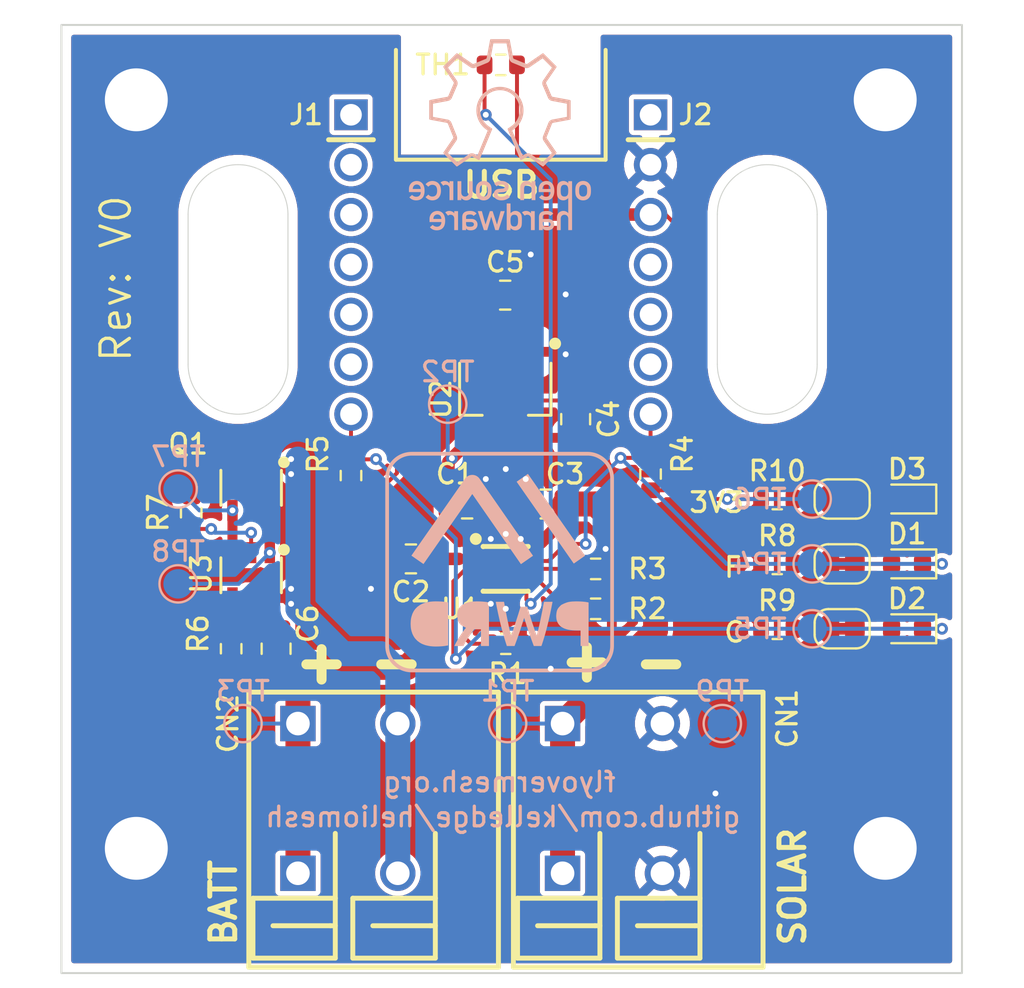
<source format=kicad_pcb>
(kicad_pcb (version 20241229) (generator "pcbnew") (generator_version "9.0")
  (title_block (title "XIAO nRF52840 Harbor Breeze 60 Lumen Solar Meshtastic") (date "2025-12-06") (rev "1"))
  (layers (0 "F.Cu" signal) (2 "B.Cu" signal) (13 "F.Paste" user) (15 "B.Paste" user) (5 "F.SilkS" user "F.Silkscreen") (7 "B.SilkS" user "B.Silkscreen") (1 "F.Mask" user) (3 "B.Mask" user) (25 "Edge.Cuts" user))
  (net 0 "")
  (net 1 "GND")
  (net 2 "VCC")
  (net 3 "+BATT")
  (net 4 "VBUS")
  (net 5 "/STAT1")
  (net 6 "/D0")
  (net 8 "/STAT2")
  (net 9 "+3V3")
  (net 10 "Net-(U1-~{CE})")
  (net 11 "/VSET")
  (net 12 "/ISET")
  (net 21 "/TS")
  (net 22 "-BATT")
  (net 23 "Net-(Q1-D1{slash}D2-Pad2)")
  (net 24 "/OD")
  (net 25 "/OC")
  (net 26 "Net-(U3-VCC)")
  (net 27 "/VM")
  (net 29 "Net-(D1-A)")
  (net 30 "Net-(D2-A)")
  (net 31 "Net-(D3-A)")
  (net 32 "Net-(JP1-B)")
  (net 33 "Net-(JP2-B)")
  (net 34 "Net-(JP3-B)")
  (footprint "Resistor_SMD_Vendor:R_0603_1608Metric" (layer "F.Cu") (at 162.306 97.282)
    (property "Reference" "R10" (at 0 -1.43 0) (layer "F.SilkS") (effects (font (thickness 0.1651) (bold yes))))
    (property "Value" "100")
    (pad "1" smd roundrect (at -0.825 0) (size 0.8 0.95) (layers "F.Cu" "F.Mask" "F.Paste") (net 9 "+3V3"))
    (pad "2" smd roundrect (at 0.825 0) (size 0.8 0.95) (layers "F.Cu" "F.Mask" "F.Paste") (net 34 "Net-(JP3-B)"))
  )
  (footprint "Resistor_SMD_Vendor:R_0603_1608Metric" (layer "F.Cu") (at 153.066862 100.838)
    (property "Reference" "R3" (at 2.635138 0 0) (layer "F.SilkS") (effects (font (thickness 0.1651) (bold yes))))
    (property "Value" "300")
    (pad "1" smd roundrect (at -0.825 0) (size 0.8 0.95) (layers "F.Cu" "F.Mask" "F.Paste") (net 12 "/ISET"))
    (pad "2" smd roundrect (at 0.825 0) (size 0.8 0.95) (layers "F.Cu" "F.Mask" "F.Paste") (net 1 "GND"))
  )
  (footprint "Resistor_SMD_Vendor:R_0603_1608Metric" (layer "F.Cu") (at 140.620862 96.0882 90)
    (property "Reference" "R5" (at 1.0922 -1.682862 90) (layer "F.SilkS") (effects (font (thickness 0.1651) (bold yes))))
    (property "Value" "10K")
    (pad "1" smd roundrect (at -0.825 0 90) (size 0.8 0.95) (layers "F.Cu" "F.Mask" "F.Paste") (net 9 "+3V3"))
    (pad "2" smd roundrect (at 0.825 0 90) (size 0.8 0.95) (layers "F.Cu" "F.Mask" "F.Paste") (net 8 "/STAT2"))
  )
  (footprint "Resistor_SMD_Vendor:R_0603_1608Metric" (layer "F.Cu") (at 162.306 100.584)
    (property "Reference" "R8" (at 0 -1.43 0) (layer "F.SilkS") (effects (font (thickness 0.1651) (bold yes))))
    (property "Value" "100")
    (pad "1" smd roundrect (at -0.825 0) (size 0.8 0.95) (layers "F.Cu" "F.Mask" "F.Paste") (net 9 "+3V3"))
    (pad "2" smd roundrect (at 0.825 0) (size 0.8 0.95) (layers "F.Cu" "F.Mask" "F.Paste") (net 32 "Net-(JP1-B)"))
  )
  (footprint "Jumper_Vendor:SolderJumper-2_P1.3mm_Bridged_RoundedPad1.0x1.5mm" (layer "F.Cu") (at 165.608 97.282 180)
    (property "Reference" "JP3" (hide yes))
    (property "Value" "SolderJumper_2_Bridged")
    (fp_poly (pts (xy 0.25 -0.3) (xy -0.25 -0.3) (xy -0.25 0.3) (xy 0.25 0.3)) (fill yes) (layer "F.Cu"))
    (pad "1" smd custom (at -0.65 0 180) (size 1 0.5) (layers "F.Cu" "F.Mask") (net 31 "Net-(D3-A)") (options (clearance outline) (anchor rect)) (primitives (gr_circle (center 0 0.25) (end 0.5 0.25) (width 0) (fill yes)) (gr_circle (center 0 -0.25) (end 0.5 -0.25) (width 0) (fill yes)) (gr_poly (pts (xy 0.5 0.75) (xy 0 0.75) (xy 0 -0.75) (xy 0.5 -0.75)) (width 0) (fill yes))))
    (pad "2" smd custom (at 0.65 0 180) (size 1 0.5) (layers "F.Cu" "F.Mask") (net 34 "Net-(JP3-B)") (options (clearance outline) (anchor rect)) (primitives (gr_circle (center 0 0.25) (end 0.5 0.25) (width 0) (fill yes)) (gr_circle (center 0 -0.25) (end 0.5 -0.25) (width 0) (fill yes)) (gr_poly (pts (xy 0 0.75) (xy -0.5 0.75) (xy -0.5 -0.75) (xy 0 -0.75)) (width 0) (fill yes))))
  )
  (footprint "MountingHole_Vendor:MountingHole_3.2mm_M3_ISO7380_Pad" (layer "F.Cu") (at 129.698862 76.962)
    (property "Reference" "H4" (hide yes))
    (property "Value" "MountingHole_Pad")
    (pad "1" thru_hole circle (at 0 0) (size 5.7 5.7) (drill 3.2) (layers "*.Cu" "*.Mask") (net 1 "GND"))
  )
  (footprint "Resistor_SMD_Vendor:R_0603_1608Metric" (layer "F.Cu") (at 134.524862 104.902 -90)
    (property "Reference" "R6" (at -0.762 1.682862 270) (layer "F.SilkS") (effects (font (thickness 0.1651) (bold yes))))
    (property "Value" "100")
    (pad "1" smd roundrect (at -0.825 0 270) (size 0.8 0.95) (layers "F.Cu" "F.Mask" "F.Paste") (net 26 "Net-(U3-VCC)"))
    (pad "2" smd roundrect (at 0.825 0 270) (size 0.8 0.95) (layers "F.Cu" "F.Mask" "F.Paste") (net 3 "+BATT"))
  )
  (footprint "easyeda2kicad:WSON-10_L2.2-W2.0-P0.40-BL-EP_TI_DLH0010A" (layer "F.Cu") (at 148.494862 100.838 -90)
    (property "Reference" "U1" (at 2.032 2.286 0) (layer "F.SilkS") (effects (font (thickness 0.1651) (bold yes))))
    (property "Value" "BQ25185DLHR")
    (pad "1" smd rect (at -0.8 1.05) (size 0.5 0.2) (layers "F.Cu" "F.Mask" "F.Paste") (net 2 "VCC"))
    (pad "2" smd rect (at -0.4 1.05) (size 0.5 0.2) (layers "F.Cu" "F.Mask" "F.Paste") (net 3 "+BATT"))
    (pad "3" smd rect (at 0 1.05) (size 0.5 0.2) (layers "F.Cu" "F.Mask" "F.Paste") (net 8 "/STAT2"))
    (pad "4" smd rect (at 0.4 1.05) (size 0.5 0.2) (layers "F.Cu" "F.Mask" "F.Paste") (net 10 "Net-(U1-~{CE})"))
    (pad "5" smd rect (at 0.8 1.05) (size 0.5 0.2) (layers "F.Cu" "F.Mask" "F.Paste") (net 1 "GND"))
    (pad "6" smd rect (at 0.8 -1.05) (size 0.5 0.2) (layers "F.Cu" "F.Mask" "F.Paste") (net 21 "/TS"))
    (pad "7" smd rect (at 0.4 -1.05) (size 0.5 0.2) (layers "F.Cu" "F.Mask" "F.Paste") (net 11 "/VSET"))
    (pad "8" smd rect (at 0 -1.05) (size 0.5 0.2) (layers "F.Cu" "F.Mask" "F.Paste") (net 12 "/ISET"))
    (pad "9" smd rect (at -0.4 -1.05) (size 0.5 0.2) (layers "F.Cu" "F.Mask" "F.Paste") (net 5 "/STAT1"))
    (pad "10" smd rect (at -0.8 -1.05) (size 0.5 0.2) (layers "F.Cu" "F.Mask" "F.Paste") (net 4 "VBUS"))
    (pad "11" smd rect (at 0 0) (size 0.9 1.5) (layers "F.Cu" "F.Mask" "F.Paste") (net 1 "GND"))
  )
  (footprint "easyeda2kicad:CONN-TH_XY122R-5.08-2P" (layer "F.Cu") (at 140.462 112.522)
    (property "Reference" "CN2" (at -6.096 -3.81 90) (layer "F.SilkS") (effects (font (thickness 0.1651) (bold yes))))
    (property "Value" "XY122R-5.08-2P")
    (pad "1" thru_hole rect (at -2.54 -3.81) (size 1.8 1.8) (drill 1.199998) (layers "*.Cu" "*.Mask") (net 3 "+BATT"))
    (pad "1" thru_hole rect (at -2.54 3.81) (size 1.8 1.8) (drill 1.199998) (layers "*.Cu" "*.Mask") (net 3 "+BATT"))
    (pad "2" thru_hole circle (at 2.54 -3.81) (size 1.8 1.8) (drill 1.199998) (layers "*.Cu" "*.Mask") (net 22 "-BATT"))
    (pad "2" thru_hole circle (at 2.54 3.81) (size 1.8 1.8) (drill 1.199998) (layers "*.Cu" "*.Mask") (net 22 "-BATT"))
  )
  (footprint "Resistor_SMD_Vendor:R_0603_1608Metric" (layer "F.Cu") (at 148.494862 104.648)
    (property "Reference" "R1" (at 0.095138 1.524 0) (layer "F.SilkS") (effects (font (thickness 0.1651) (bold yes))))
    (property "Value" "10K")
    (pad "1" smd roundrect (at -0.825 0) (size 0.8 0.95) (layers "F.Cu" "F.Mask" "F.Paste") (net 10 "Net-(U1-~{CE})"))
    (pad "2" smd roundrect (at 0.825 0) (size 0.8 0.95) (layers "F.Cu" "F.Mask" "F.Paste") (net 1 "GND"))
  )
  (footprint "easyeda2kicad:HDR-TH_7P-P2.54-V-F" (layer "F.Cu") (at 140.620862 85.344 -90)
    (property "Reference" "J1" (at -7.62 2.286 0) (layer "F.SilkS") (effects (font (thickness 0.1651) (bold yes))))
    (property "Value" "1165SDIG-07")
    (pad "1" thru_hole rect (at -7.62 0 270) (size 1.57 1.7) (drill 1.100023) (layers "*.Cu" "*.Mask") (net 6 "/D0"))
    (pad "2" thru_hole circle (at -5.08 0 270) (size 1.7 1.7) (drill 1.100023) (layers "*.Cu" "*.Mask"))
    (pad "3" thru_hole circle (at -2.54 0 270) (size 1.7 1.7) (drill 1.100023) (layers "*.Cu" "*.Mask"))
    (pad "4" thru_hole circle (at 0 0 270) (size 1.7 1.7) (drill 1.100023) (layers "*.Cu" "*.Mask"))
    (pad "5" thru_hole circle (at 2.54 0 270) (size 1.7 1.7) (drill 1.100023) (layers "*.Cu" "*.Mask"))
    (pad "6" thru_hole circle (at 5.08 0 270) (size 1.7 1.7) (drill 1.100023) (layers "*.Cu" "*.Mask"))
    (pad "7" thru_hole circle (at 7.62 0 270) (size 1.7 1.7) (drill 1.100023) (layers "*.Cu" "*.Mask") (net 8 "/STAT2"))
  )
  (footprint "Resistor_SMD_Vendor:R_0603_1608Metric" (layer "F.Cu") (at 155.860862 96.012 90)
    (property "Reference" "R4" (at 1.016 1.619138 90) (layer "F.SilkS") (effects (font (thickness 0.1651) (bold yes))))
    (property "Value" "10K")
    (pad "1" smd roundrect (at -0.825 0 90) (size 0.8 0.95) (layers "F.Cu" "F.Mask" "F.Paste") (net 9 "+3V3"))
    (pad "2" smd roundrect (at 0.825 0 90) (size 0.8 0.95) (layers "F.Cu" "F.Mask" "F.Paste") (net 5 "/STAT1"))
  )
  (footprint "LED_SMD_Vendor:LED_0603_1608Metric" (layer "F.Cu") (at 168.91 97.282 180)
    (property "Reference" "D3" (at 0 1.524 180) (layer "F.SilkS") (effects (font (thickness 0.1651) (bold yes))))
    (property "Value" "3V3")
    (pad "1" smd roundrect (at -0.7875 0 180) (size 0.875 0.95) (layers "F.Cu" "F.Mask" "F.Paste") (net 1 "GND"))
    (pad "2" smd roundrect (at 0.7875 0 180) (size 0.875 0.95) (layers "F.Cu" "F.Mask" "F.Paste") (net 31 "Net-(D3-A)"))
  )
  (footprint "Resistor_SMD_Vendor:R_0603_1608Metric" (layer "F.Cu") (at 132.492862 97.981 90)
    (property "Reference" "R7" (at 0 -1.682862 90) (layer "F.SilkS") (effects (font (thickness 0.1651) (bold yes))))
    (property "Value" "1K")
    (pad "1" smd roundrect (at -0.825 0 90) (size 0.8 0.95) (layers "F.Cu" "F.Mask" "F.Paste") (net 27 "/VM"))
    (pad "2" smd roundrect (at 0.825 0 90) (size 0.8 0.95) (layers "F.Cu" "F.Mask" "F.Paste") (net 1 "GND"))
  )
  (footprint "easyeda2kicad:HDR-TH_7P-P2.54-V-F" (layer "F.Cu") (at 155.860862 85.344 -90)
    (property "Reference" "J2" (at -7.62 -2.286 0) (layer "F.SilkS") (effects (font (thickness 0.1651) (bold yes))))
    (property "Value" "1165SDIG-07")
    (pad "1" thru_hole rect (at -7.62 0 270) (size 1.57 1.7) (drill 1.100023) (layers "*.Cu" "*.Mask"))
    (pad "2" thru_hole circle (at -5.08 0 270) (size 1.7 1.7) (drill 1.100023) (layers "*.Cu" "*.Mask") (net 1 "GND"))
    (pad "3" thru_hole circle (at -2.54 0 270) (size 1.7 1.7) (drill 1.100023) (layers "*.Cu" "*.Mask") (net 9 "+3V3"))
    (pad "4" thru_hole circle (at 0 0 270) (size 1.7 1.7) (drill 1.100023) (layers "*.Cu" "*.Mask"))
    (pad "5" thru_hole circle (at 2.54 0 270) (size 1.7 1.7) (drill 1.100023) (layers "*.Cu" "*.Mask"))
    (pad "6" thru_hole circle (at 5.08 0 270) (size 1.7 1.7) (drill 1.100023) (layers "*.Cu" "*.Mask"))
    (pad "7" thru_hole circle (at 7.62 0 270) (size 1.7 1.7) (drill 1.100023) (layers "*.Cu" "*.Mask") (net 5 "/STAT1"))
  )
  (footprint "easyeda2kicad:SOT-23-6_L2.9-W1.6-P0.95-LS2.8-BL" (layer "F.Cu") (at 135.540862 96.711 180)
    (property "Reference" "Q1" (at 3.206862 2.223 0) (layer "F.SilkS") (effects (font (thickness 0.1651) (bold yes))))
    (property "Value" "UMW8205A")
    (pad "1" smd rect (at -0.95 1.15 180) (size 0.53 1.07) (layers "F.Cu" "F.Mask" "F.Paste") (net 22 "-BATT"))
    (pad "2" smd rect (at 0 1.15 180) (size 0.53 1.07) (layers "F.Cu" "F.Mask" "F.Paste") (net 23 "Net-(Q1-D1{slash}D2-Pad2)"))
    (pad "3" smd rect (at 0.95 1.15 180) (size 0.53 1.07) (layers "F.Cu" "F.Mask" "F.Paste") (net 1 "GND"))
    (pad "4" smd rect (at 0.95 -1.15 180) (size 0.53 1.07) (layers "F.Cu" "F.Mask" "F.Paste") (net 25 "/OC"))
    (pad "5" smd rect (at 0 -1.15 180) (size 0.53 1.07) (layers "F.Cu" "F.Mask" "F.Paste") (net 23 "Net-(Q1-D1{slash}D2-Pad2)"))
    (pad "6" smd rect (at -0.95 -1.15 180) (size 0.53 1.07) (layers "F.Cu" "F.Mask" "F.Paste") (net 24 "/OD"))
  )
  (footprint "Jumper_Vendor:SolderJumper-2_P1.3mm_Bridged_RoundedPad1.0x1.5mm" (layer "F.Cu") (at 165.608 103.886 180)
    (property "Reference" "JP2" (hide yes))
    (property "Value" "SolderJumper_2_Bridged")
    (fp_poly (pts (xy 0.25 -0.3) (xy -0.25 -0.3) (xy -0.25 0.3) (xy 0.25 0.3)) (fill yes) (layer "F.Cu"))
    (pad "1" smd custom (at -0.65 0 180) (size 1 0.5) (layers "F.Cu" "F.Mask") (net 30 "Net-(D2-A)") (options (clearance outline) (anchor rect)) (primitives (gr_circle (center 0 0.25) (end 0.5 0.25) (width 0) (fill yes)) (gr_circle (center 0 -0.25) (end 0.5 -0.25) (width 0) (fill yes)) (gr_poly (pts (xy 0.5 0.75) (xy 0 0.75) (xy 0 -0.75) (xy 0.5 -0.75)) (width 0) (fill yes))))
    (pad "2" smd custom (at 0.65 0 180) (size 1 0.5) (layers "F.Cu" "F.Mask") (net 33 "Net-(JP2-B)") (options (clearance outline) (anchor rect)) (primitives (gr_circle (center 0 0.25) (end 0.5 0.25) (width 0) (fill yes)) (gr_circle (center 0 -0.25) (end 0.5 -0.25) (width 0) (fill yes)) (gr_poly (pts (xy 0 0.75) (xy -0.5 0.75) (xy -0.5 -0.75) (xy 0 -0.75)) (width 0) (fill yes))))
  )
  (footprint "MountingHole_Vendor:MountingHole_3.2mm_M3_ISO7380_Pad" (layer "F.Cu") (at 167.798862 76.962)
    (property "Reference" "H3" (hide yes))
    (property "Value" "MountingHole_Pad")
    (pad "1" thru_hole circle (at 0 0) (size 5.7 5.7) (drill 3.2) (layers "*.Cu" "*.Mask") (net 1 "GND"))
  )
  (footprint "Capacitor_SMD_Vendor:C_0805_2012Metric" (layer "F.Cu") (at 143.668862 100.33 180)
    (property "Reference" "C2" (at 0 -1.68 180) (layer "F.SilkS") (effects (font (thickness 0.1651) (bold yes))))
    (property "Value" "22uF")
    (pad "1" smd roundrect (at -0.95 0 180) (size 1 1.45) (layers "F.Cu" "F.Mask" "F.Paste") (net 3 "+BATT"))
    (pad "2" smd roundrect (at 0.95 0 180) (size 1 1.45) (layers "F.Cu" "F.Mask" "F.Paste") (net 1 "GND"))
  )
  (footprint "easyeda2kicad:CONN-TH_XY122R-5.08-2P" (layer "F.Cu") (at 153.924 112.522)
    (property "Reference" "CN1" (at 8.89 -4.064 90) (layer "F.SilkS") (effects (font (thickness 0.1651) (bold yes))))
    (property "Value" "XY122R-5.08-2P")
    (pad "1" thru_hole rect (at -2.54 -3.81) (size 1.8 1.8) (drill 1.199998) (layers "*.Cu" "*.Mask") (net 4 "VBUS"))
    (pad "1" thru_hole rect (at -2.54 3.81) (size 1.8 1.8) (drill 1.199998) (layers "*.Cu" "*.Mask") (net 4 "VBUS"))
    (pad "2" thru_hole circle (at 2.54 -3.81) (size 1.8 1.8) (drill 1.199998) (layers "*.Cu" "*.Mask") (net 1 "GND"))
    (pad "2" thru_hole circle (at 2.54 3.81) (size 1.8 1.8) (drill 1.199998) (layers "*.Cu" "*.Mask") (net 1 "GND"))
  )
  (footprint "Capacitor_SMD_Vendor:C_0805_2012Metric" (layer "F.Cu") (at 152.050862 93.218 -90)
    (property "Reference" "C4" (at 0 -1.68 270) (layer "F.SilkS") (effects (font (thickness 0.1651) (bold yes))))
    (property "Value" "22uF")
    (pad "1" smd roundrect (at -0.95 0 270) (size 1 1.45) (layers "F.Cu" "F.Mask" "F.Paste") (net 2 "VCC"))
    (pad "2" smd roundrect (at 0.95 0 270) (size 1 1.45) (layers "F.Cu" "F.Mask" "F.Paste") (net 1 "GND"))
  )
  (footprint "LED_SMD_Vendor:LED_0603_1608Metric" (layer "F.Cu") (at 168.91 100.584 180)
    (property "Reference" "D1" (at 0 1.524 180) (layer "F.SilkS") (effects (font (thickness 0.1651) (bold yes))))
    (property "Value" "FAULT")
    (pad "1" smd roundrect (at -0.7875 0 180) (size 0.875 0.95) (layers "F.Cu" "F.Mask" "F.Paste") (net 5 "/STAT1"))
    (pad "2" smd roundrect (at 0.7875 0 180) (size 0.875 0.95) (layers "F.Cu" "F.Mask" "F.Paste") (net 29 "Net-(D1-A)"))
  )
  (footprint "MountingHole_Vendor:MountingHole_3.2mm_M3_ISO7380_Pad" (layer "F.Cu") (at 167.798862 115.062)
    (property "Reference" "H1" (hide yes))
    (property "Value" "MountingHole_Pad")
    (pad "1" thru_hole circle (at 0 0) (size 5.7 5.7) (drill 3.2) (layers "*.Cu" "*.Mask") (net 1 "GND"))
  )
  (footprint "easyeda2kicad:SOT-89_L4.5-W2.5-P1.50-LS4.2-BR" (layer "F.Cu") (at 148.465362 91.149 90)
    (property "Reference" "U2" (at -1.053 -3.2725 90) (layer "F.SilkS") (effects (font (thickness 0.1651) (bold yes))))
    (property "Value" "ME6210A33PG")
    (pad "1" smd rect (at 1.36 1.5 90) (size 1.58 0.67) (layers "F.Cu" "F.Mask" "F.Paste") (net 1 "GND"))
    (pad "2" smd custom (at -1.36 -0.01 90) (size 0.01 0.01) (layers "F.Cu" "F.Mask" "F.Paste") (net 2 "VCC") (options (clearance outline) (anchor circle)) (primitives (gr_poly (pts (xy -0.92 -0.95) (xy 0.93 -0.95) (xy 0.98 -0.94) (xy 1.02 -0.94) (xy 1.06 -0.94) (xy 1.11 -0.93) (xy 1.15 -0.92) (xy 1.2 -0.91) (xy 1.24 -0.89) (xy 1.28 -0.88) (xy 1.32 -0.86) (xy 1.36 -0.84) (xy 1.4 -0.82) (xy 1.44 -0.8) (xy 1.48 -0.77) (xy 1.51 -0.75) (xy 1.55 -0.72) (xy 1.58 -0.69) (xy 1.61 -0.66) (xy 1.64 -0.63) (xy 1.67 -0.59) (xy 1.7 -0.56) (xy 1.72 -0.52) (xy 1.75 -0.48) (xy 1.77 -0.44) (xy 1.79 -0.4) (xy 1.81 -0.33) (xy 3.5 -0.33) (xy 3.5 0.33) (xy 1.81 0.33) (xy 1.79 0.41) (xy 1.77 0.45) (xy 1.75 0.49) (xy 1.72 0.53) (xy 1.7 0.57) (xy 1.67 0.6) (xy 1.64 0.64) (xy 1.61 0.67) (xy 1.58 0.7) (xy 1.55 0.73) (xy 1.51 0.76) (xy 1.48 0.78) (xy 1.44 0.81) (xy 1.4 0.83) (xy 1.36 0.85) (xy 1.32 0.87) (xy 1.28 0.89) (xy 1.24 0.9) (xy 1.2 0.92) (xy 1.15 0.93) (xy 1.11 0.94) (xy 1.06 0.95) (xy 1.02 0.95) (xy 0.98 0.95) (xy 0.93 0.95) (xy -0.92 0.95) (xy -0.97 0.95) (xy -1.01 0.95) (xy -1.06 0.95) (xy -1.1 0.94) (xy -1.14 0.93) (xy -1.19 0.92) (xy -1.23 0.9) (xy -1.27 0.89) (xy -1.31 0.87) (xy -1.35 0.85) (xy -1.39 0.83) (xy -1.43 0.81) (xy -1.47 0.78) (xy -1.5 0.76) (xy -1.54 0.73) (xy -1.57 0.7) (xy -1.6 0.67) (xy -1.63 0.64) (xy -1.66 0.6) (xy -1.69 0.57) (xy -1.71 0.53) (xy -1.74 0.49) (xy -1.76 0.45) (xy -1.78 0.41) (xy -1.8 0.37) (xy -1.81 0.33) (xy -1.83 0.29) (xy -1.84 0.25) (xy -1.85 0.2) (xy -1.86 0.16) (xy -1.87 0.12) (xy -1.87 0.07) (xy -1.87 0.03) (xy -1.87 -0.02) (xy -1.87 -0.06) (xy -1.87 -0.11) (xy -1.86 -0.15) (xy -1.85 -0.19) (xy -1.84 -0.24) (xy -1.83 -0.28) (xy -1.81 -0.32) (xy -1.8 -0.36) (xy -1.78 -0.4) (xy -1.76 -0.44) (xy -1.74 -0.48) (xy -1.71 -0.52) (xy -1.69 -0.56) (xy -1.66 -0.59) (xy -1.63 -0.63) (xy -1.6 -0.66) (xy -1.57 -0.69) (xy -1.54 -0.72) (xy -1.5 -0.75) (xy -1.47 -0.77) (xy -1.43 -0.8) (xy -1.39 -0.82) (xy -1.35 -0.84) (xy -1.31 -0.86) (xy -1.27 -0.88) (xy -1.23 -0.89) (xy -1.19 -0.91) (xy -1.14 -0.92) (xy -1.1 -0.93) (xy -1.06 -0.94) (xy -1.01 -0.94) (xy -0.97 -0.94) (xy -0.92 -0.95)) (width 0.1) (fill yes))))
    (pad "3" smd rect (at 1.36 -1.5 90) (size 1.58 0.67) (layers "F.Cu" "F.Mask" "F.Paste") (net 9 "+3V3"))
  )
  (footprint "Capacitor_SMD_Vendor:C_0805_2012Metric" (layer "F.Cu") (at 146.528862 97.536)
    (property "Reference" "C1" (at -0.605862 -1.524 0) (layer "F.SilkS") (effects (font (thickness 0.1651) (bold yes))))
    (property "Value" "22uF")
    (pad "1" smd roundrect (at -0.95 0) (size 1 1.45) (layers "F.Cu" "F.Mask" "F.Paste") (net 2 "VCC"))
    (pad "2" smd roundrect (at 0.95 0) (size 1 1.45) (layers "F.Cu" "F.Mask" "F.Paste") (net 1 "GND"))
  )
  (footprint "Capacitor_SMD_Vendor:C_0805_2012Metric" (layer "F.Cu") (at 136.810862 104.902 90)
    (property "Reference" "C6" (at 1.27 1.619138 90) (layer "F.SilkS") (effects (font (thickness 0.1651) (bold yes))))
    (property "Value" "22uF")
    (pad "1" smd roundrect (at -0.95 0 90) (size 1 1.45) (layers "F.Cu" "F.Mask" "F.Paste") (net 3 "+BATT"))
    (pad "2" smd roundrect (at 0.95 0 90) (size 1 1.45) (layers "F.Cu" "F.Mask" "F.Paste") (net 22 "-BATT"))
  )
  (footprint "Jumper_Vendor:SolderJumper-2_P1.3mm_Bridged_RoundedPad1.0x1.5mm" (layer "F.Cu") (at 165.608 100.584 180)
    (property "Reference" "JP1" (hide yes))
    (property "Value" "SolderJumper_2_Bridged")
    (fp_poly (pts (xy 0.25 -0.3) (xy -0.25 -0.3) (xy -0.25 0.3) (xy 0.25 0.3)) (fill yes) (layer "F.Cu"))
    (pad "1" smd custom (at -0.65 0 180) (size 1 0.5) (layers "F.Cu" "F.Mask") (net 29 "Net-(D1-A)") (options (clearance outline) (anchor rect)) (primitives (gr_circle (center 0 0.25) (end 0.5 0.25) (width 0) (fill yes)) (gr_circle (center 0 -0.25) (end 0.5 -0.25) (width 0) (fill yes)) (gr_poly (pts (xy 0.5 0.75) (xy 0 0.75) (xy 0 -0.75) (xy 0.5 -0.75)) (width 0) (fill yes))))
    (pad "2" smd custom (at 0.65 0 180) (size 1 0.5) (layers "F.Cu" "F.Mask") (net 32 "Net-(JP1-B)") (options (clearance outline) (anchor rect)) (primitives (gr_circle (center 0 0.25) (end 0.5 0.25) (width 0) (fill yes)) (gr_circle (center 0 -0.25) (end 0.5 -0.25) (width 0) (fill yes)) (gr_poly (pts (xy 0 0.75) (xy -0.5 0.75) (xy -0.5 -0.75) (xy 0 -0.75)) (width 0) (fill yes))))
  )
  (footprint "LED_SMD_Vendor:LED_0603_1608Metric" (layer "F.Cu") (at 168.91 103.886 180)
    (property "Reference" "D2" (at 0 1.524 180) (layer "F.SilkS") (effects (font (thickness 0.1651) (bold yes))))
    (property "Value" "CHARG")
    (pad "1" smd roundrect (at -0.7875 0 180) (size 0.875 0.95) (layers "F.Cu" "F.Mask" "F.Paste") (net 8 "/STAT2"))
    (pad "2" smd roundrect (at 0.7875 0 180) (size 0.875 0.95) (layers "F.Cu" "F.Mask" "F.Paste") (net 30 "Net-(D2-A)"))
  )
  (footprint "Capacitor_SMD_Vendor:C_0805_2012Metric" (layer "F.Cu") (at 150.526862 97.536 180)
    (property "Reference" "C3" (at -0.984138 1.524 180) (layer "F.SilkS") (effects (font (thickness 0.1651) (bold yes))))
    (property "Value" "22uF")
    (pad "1" smd roundrect (at -0.95 0 180) (size 1 1.45) (layers "F.Cu" "F.Mask" "F.Paste") (net 4 "VBUS"))
    (pad "2" smd roundrect (at 0.95 0 180) (size 1 1.45) (layers "F.Cu" "F.Mask" "F.Paste") (net 1 "GND"))
  )
  (footprint "Capacitor_SMD_Vendor:C_0805_2012Metric" (layer "F.Cu") (at 148.465362 86.905)
    (property "Reference" "C5" (at 0 -1.68 0) (layer "F.SilkS") (effects (font (thickness 0.1651) (bold yes))))
    (property "Value" "22uF")
    (pad "1" smd roundrect (at -0.95 0) (size 1 1.45) (layers "F.Cu" "F.Mask" "F.Paste") (net 9 "+3V3"))
    (pad "2" smd roundrect (at 0.95 0) (size 1 1.45) (layers "F.Cu" "F.Mask" "F.Paste") (net 1 "GND"))
  )
  (footprint "Resistor_SMD_Vendor:R_0603_1608Metric" (layer "F.Cu") (at 162.306 103.886)
    (property "Reference" "R9" (at 0 -1.43 0) (layer "F.SilkS") (effects (font (thickness 0.1651) (bold yes))))
    (property "Value" "100")
    (pad "1" smd roundrect (at -0.825 0) (size 0.8 0.95) (layers "F.Cu" "F.Mask" "F.Paste") (net 9 "+3V3"))
    (pad "2" smd roundrect (at 0.825 0) (size 0.8 0.95) (layers "F.Cu" "F.Mask" "F.Paste") (net 33 "Net-(JP2-B)"))
  )
  (footprint "Resistor_SMD_Vendor:R_0603_1608Metric" (layer "F.Cu") (at 148.240862 75.184)
    (property "Reference" "TH1" (at -2.952862 0 0) (layer "F.SilkS") (effects (font (thickness 0.1651) (bold yes))))
    (property "Value" "10K B3435")
    (pad "1" smd roundrect (at -0.825 0) (size 0.8 0.95) (layers "F.Cu" "F.Mask" "F.Paste") (net 21 "/TS"))
    (pad "2" smd roundrect (at 0.825 0) (size 0.8 0.95) (layers "F.Cu" "F.Mask" "F.Paste") (net 1 "GND"))
  )
  (footprint "Resistor_SMD_Vendor:R_0603_1608Metric" (layer "F.Cu") (at 153.066862 102.87)
    (property "Reference" "R2" (at 2.635138 0 0) (layer "F.SilkS") (effects (font (thickness 0.1651) (bold yes))))
    (property "Value" "13K")
    (pad "1" smd roundrect (at -0.825 0) (size 0.8 0.95) (layers "F.Cu" "F.Mask" "F.Paste") (net 11 "/VSET"))
    (pad "2" smd roundrect (at 0.825 0) (size 0.8 0.95) (layers "F.Cu" "F.Mask" "F.Paste") (net 1 "GND"))
  )
  (footprint "MountingHole_Vendor:MountingHole_3.2mm_M3_ISO7380_Pad" (layer "F.Cu") (at 129.698862 115.062)
    (property "Reference" "H2" (hide yes))
    (property "Value" "MountingHole_Pad")
    (pad "1" thru_hole circle (at 0 0) (size 5.7 5.7) (drill 3.2) (layers "*.Cu" "*.Mask") (net 1 "GND"))
  )
  (footprint "easyeda2kicad:SOT-23-6_L2.9-W1.6-P0.95-LS2.8-BL" (layer "F.Cu") (at 135.540862 101.163 180)
    (property "Reference" "U3" (at 2.54 0.071 90) (layer "F.SilkS") (effects (font (thickness 0.1651) (bold yes))))
    (property "Value" "DW01A_C351410")
    (pad "1" smd rect (at -0.95 1.15 180) (size 0.53 1.07) (layers "F.Cu" "F.Mask" "F.Paste") (net 24 "/OD"))
    (pad "2" smd rect (at 0 1.15 180) (size 0.53 1.07) (layers "F.Cu" "F.Mask" "F.Paste") (net 27 "/VM"))
    (pad "3" smd rect (at 0.95 1.15 180) (size 0.53 1.07) (layers "F.Cu" "F.Mask" "F.Paste") (net 25 "/OC"))
    (pad "4" smd rect (at 0.95 -1.15 180) (size 0.53 1.07) (layers "F.Cu" "F.Mask" "F.Paste"))
    (pad "5" smd rect (at 0 -1.15 180) (size 0.53 1.07) (layers "F.Cu" "F.Mask" "F.Paste") (net 26 "Net-(U3-VCC)"))
    (pad "6" smd rect (at -0.95 -1.15 180) (size 0.53 1.07) (layers "F.Cu" "F.Mask" "F.Paste") (net 22 "-BATT"))
  )
  (footprint "TestPoint_Vendor:TestPoint_Pad_D1.5mm" (layer "B.Cu") (at 159.512 108.712 180)
    (property "Reference" "TP9" (at 0 1.648 0) (layer "B.SilkS") (effects (font (thickness 0.1651) (bold yes)) (justify mirror)))
    (property "Value" "TestPoint")
    (pad "1" smd circle (at 0 0 180) (size 1.5 1.5) (layers "B.Cu" "B.Mask") (net 1 "GND"))
  )
  (footprint "TestPoint_Vendor:TestPoint_Pad_D1.5mm" (layer "B.Cu") (at 164.084 100.584 180)
    (property "Reference" "TP4" (at 2.667 0 0) (layer "B.SilkS") (effects (font (thickness 0.1651) (bold yes)) (justify mirror)))
    (property "Value" "TestPoint")
    (pad "1" smd circle (at 0 0 180) (size 1.5 1.5) (layers "B.Cu" "B.Mask") (net 5 "/STAT1"))
  )
  (footprint "TestPoint_Vendor:TestPoint_Pad_D1.5mm" (layer "B.Cu") (at 131.826 96.774 180)
    (property "Reference" "TP7" (at 0 1.648 0) (layer "B.SilkS") (effects (font (thickness 0.1651) (bold yes)) (justify mirror)))
    (property "Value" "TestPoint")
    (pad "1" smd circle (at 0 0 180) (size 1.5 1.5) (layers "B.Cu" "B.Mask") (net 25 "/OC"))
  )
  (footprint "TestPoint_Vendor:TestPoint_Pad_D1.5mm" (layer "B.Cu") (at 164.084 97.282 180)
    (property "Reference" "TP6" (at 2.667 0 0) (layer "B.SilkS") (effects (font (thickness 0.1651) (bold yes)) (justify mirror)))
    (property "Value" "TestPoint")
    (pad "1" smd circle (at 0 0 180) (size 1.5 1.5) (layers "B.Cu" "B.Mask") (net 9 "+3V3"))
  )
  (footprint "TestPoint_Vendor:TestPoint_Pad_D1.5mm" (layer "B.Cu") (at 145.542 92.456 180)
    (property "Reference" "TP2" (at 0 1.648 0) (layer "B.SilkS") (effects (font (thickness 0.1651) (bold yes)) (justify mirror)))
    (property "Value" "TestPoint")
    (pad "1" smd circle (at 0 0 180) (size 1.5 1.5) (layers "B.Cu" "B.Mask") (net 2 "VCC"))
  )
  (footprint "heliomesh:oshw_very_small" (layer "B.Cu") (at 152.853506 82.936648 180)
    (property "Reference" "G2" (hide yes))
    (property "Value" "~" (hide yes))
  )
  (footprint "TestPoint_Vendor:TestPoint_Pad_D1.5mm" (layer "B.Cu") (at 131.826 101.6 180)
    (property "Reference" "TP8" (at 0 1.648 0) (layer "B.SilkS") (effects (font (thickness 0.1651) (bold yes)) (justify mirror)))
    (property "Value" "TestPoint")
    (pad "1" smd circle (at 0 0 180) (size 1.5 1.5) (layers "B.Cu" "B.Mask") (net 24 "/OD"))
  )
  (footprint "TestPoint_Vendor:TestPoint_Pad_D1.5mm" (layer "B.Cu") (at 164.084 103.886 180)
    (property "Reference" "TP5" (at 2.667 0 0) (layer "B.SilkS") (effects (font (thickness 0.1651) (bold yes)) (justify mirror)))
    (property "Value" "TestPoint")
    (pad "1" smd circle (at 0 0 180) (size 1.5 1.5) (layers "B.Cu" "B.Mask") (net 8 "/STAT2"))
  )
  (footprint "TestPoint_Vendor:TestPoint_Pad_D1.5mm" (layer "B.Cu") (at 148.59 108.712 180)
    (property "Reference" "TP1" (at 0 1.648 0) (layer "B.SilkS") (effects (font (thickness 0.1651) (bold yes)) (justify mirror)))
    (property "Value" "TestPoint")
    (pad "1" smd circle (at 0 0 180) (size 1.5 1.5) (layers "B.Cu" "B.Mask") (net 4 "VBUS"))
  )
  (footprint "heliomesh:mesh_pwrd_very_small" (layer "B.Cu") (at 154.375027 106.543253 180)
    (property "Reference" "G1" (hide yes))
    (property "Value" "~" (hide yes))
  )
  (footprint "TestPoint_Vendor:TestPoint_Pad_D1.5mm" (layer "B.Cu") (at 135.128 108.712 180)
    (property "Reference" "TP3" (at 0 1.648 0) (layer "B.SilkS") (effects (font (thickness 0.1651) (bold yes)) (justify mirror)))
    (property "Value" "TestPoint")
    (pad "1" smd circle (at 0 0 180) (size 1.5 1.5) (layers "B.Cu" "B.Mask") (net 3 "+BATT"))
  )
  (gr_line (start 142.906862 80.01) (end 153.574862 80.01) (stroke (width 0.2032)) (layer "F.SilkS"))
  (gr_line (start 153.574862 80.01) (end 153.574862 74.422) (stroke (width 0.2032)) (layer "F.SilkS"))
  (gr_line (start 142.906862 74.422) (end 142.906862 80.01) (stroke (width 0.2032)) (layer "F.SilkS"))
  (gr_line (start 132.334 82.804) (end 132.334 90.424) (stroke (width 0.05)) (layer "Edge.Cuts"))
  (gr_line (start 164.338 82.804) (end 164.338 90.424) (stroke (width 0.05)) (layer "Edge.Cuts"))
  (gr_arc (start 132.334 82.804) (mid 134.874 80.264) (end 137.414 82.804) (stroke (width 0.05)) (layer "Edge.Cuts"))
  (gr_rect (start 125.888862 73.152) (end 171.704 121.412) (stroke (width 0.1)) (fill no) (layer "Edge.Cuts"))
  (gr_arc (start 159.258 82.804) (mid 161.798 80.264) (end 164.338 82.804) (stroke (width 0.05)) (layer "Edge.Cuts"))
  (gr_line (start 137.414 82.804) (end 137.414 90.424) (stroke (width 0.05)) (layer "Edge.Cuts"))
  (gr_line (start 159.258 82.804) (end 159.258 90.424) (stroke (width 0.05)) (layer "Edge.Cuts"))
  (gr_arc (start 137.414 90.424) (mid 134.874 92.964) (end 132.334 90.424) (stroke (width 0.05)) (layer "Edge.Cuts"))
  (gr_arc (start 164.338 90.424) (mid 161.798 92.964) (end 159.258 90.424) (stroke (width 0.05)) (layer "Edge.Cuts"))
  (gr_text "3V3" (at 157.734 98.044 0) (layer "F.SilkS") (effects (font (size 1 1) (thickness 0.1651) (bold yes)) (justify left bottom)))
  (gr_text "BATT" (at 134.874 120.142 90) (layer "F.SilkS") (effects (font (size 1.27 1.27) (thickness 0.254) (bold yes)) (justify left bottom)))
  (gr_text "-" (at 157.988 104.648 180) (layer "F.SilkS") (effects (font (size 2.032 2.032) (thickness 0.508) (bold yes)) (justify left bottom)))
  (gr_text "+" (at 153.67 107.188 90) (layer "F.SilkS") (effects (font (size 2.032 2.032) (thickness 0.508) (bold yes)) (justify left bottom)))
  (gr_text "F" (at 159.512 101.346 0) (layer "F.SilkS") (effects (font (size 1 1) (thickness 0.1651) (bold yes)) (justify left bottom)))
  (gr_text "USB" (at 146.208862 82.042 0) (layer "F.SilkS") (effects (font (size 1.27 1.27) (thickness 0.254) (bold yes)) (justify left bottom)))
  (gr_text "C" (at 159.512 104.648 0) (layer "F.SilkS") (effects (font (size 1 1) (thickness 0.1651) (bold yes)) (justify left bottom)))
  (gr_text "Rev: V0" (at 129.54 90.424 90) (layer "F.SilkS") (effects (font (size 1.5 1.5) (thickness 0.1651)) (justify left bottom)))
  (gr_text "-" (at 144.526 104.648 180) (layer "F.SilkS") (effects (font (size 2.032 2.032) (thickness 0.508) (bold yes)) (justify left bottom)))
  (gr_text "+" (at 140.716 104.648 180) (layer "F.SilkS") (effects (font (size 2.032 2.032) (thickness 0.508) (bold yes)) (justify left bottom)))
  (gr_text "SOLAR" (at 163.83 120.142 90) (layer "F.SilkS") (effects (font (size 1.27 1.27) (thickness 0.254) (bold yes)) (justify left bottom)))
  (gr_text "flyovermesh.org" (at 154.178 112.268 0) (layer "B.SilkS") (effects (font (size 1 1) (thickness 0.1651) (bold yes)) (justify left bottom mirror)))
  (gr_text "github.com/kelledge/heliomesh" (at 160.528 114.046 0) (layer "B.SilkS") (effects (font (size 1 1) (thickness 0.1651) (bold yes)) (justify left bottom mirror)))
  (segment (start 149.065862 75.184) (end 149.065862 79.819) (width 0.2) (layer "F.Cu") (net 1))
  (segment (start 149.065862 79.819) (end 149.256862 80.01) (width 0.2) (layer "F.Cu") (net 1))
  (segment (start 147.444862 101.638) (end 147.444862 102.5738) (width 0.2) (layer "F.Cu") (net 1))
  (via (at 150.780862 105.918) (size 0.6) (drill 0.3) (layers "F.Cu" "B.Cu") (net 1))
  (via (at 159.162862 112.268) (size 0.6) (drill 0.3) (layers "F.Cu" "B.Cu") (net 1))
  (via (at 148.494862 95.758) (size 0.6) (drill 0.3) (layers "F.Cu" "B.Cu") (net 1))
  (via (at 148.494862 102.87) (size 0.6) (drill 0.3) (layers "F.Cu" "B.Cu") (net 1))
  (via (at 153.574862 99.822) (size 0.6) (drill 0.3) (layers "F.Cu" "B.Cu") (net 1))
  (via (at 149.510862 96.266) (size 0.6) (drill 0.3) (layers "F.Cu" "B.Cu") (net 1))
  (via (at 147.732862 99.314) (size 0.6) (drill 0.3) (layers "F.Cu" "B.Cu") (net 1))
  (via (at 149.764862 84.836) (size 0.6) (drill 0.3) (layers "F.Cu" "B.Cu") (net 1))
  (via (at 148.494862 99.06) (size 0.6) (drill 0.3) (layers "F.Cu" "B.Cu") (net 1))
  (via (at 151.542862 89.916) (size 0.6) (drill 0.3) (layers "F.Cu" "B.Cu") (net 1))
  (via (at 147.732862 102.616) (size 0.6) (drill 0.3) (layers "F.Cu" "B.Cu") (net 1))
  (via (at 151.542862 86.868) (size 0.6) (drill 0.3) (layers "F.Cu" "B.Cu") (net 1))
  (via (at 147.478862 96.266) (size 0.6) (drill 0.3) (layers "F.Cu" "B.Cu") (net 1))
  (via (at 141.636862 101.854) (size 0.6) (drill 0.3) (layers "F.Cu" "B.Cu") (net 1))
  (via (at 149.256862 99.314) (size 0.6) (drill 0.3) (layers "F.Cu" "B.Cu") (net 1))
  (segment (start 148.455362 92.509) (end 145.755181 95.209181) (width 0.635) (layer "F.Cu") (net 2))
  (segment (start 146.755062 100.038) (end 147.444862 100.038) (width 0.2) (layer "F.Cu") (net 2))
  (segment (start 145.578862 95.3855) (end 145.578862 97.536) (width 0.635) (layer "F.Cu") (net 2))
  (segment (start 145.755181 95.209181) (end 145.578862 95.3855) (width 0.635) (layer "F.Cu") (net 2))
  (segment (start 145.578862 98.8618) (end 146.132662 99.4156) (width 0.635) (layer "F.Cu") (net 2))
  (segment (start 146.755062 100.038) (end 146.132662 99.4156) (width 0.2) (layer "F.Cu") (net 2))
  (segment (start 145.578862 97.536) (end 145.578862 98.8618) (width 0.635) (layer "F.Cu") (net 2))
  (segment (start 152.050862 92.268) (end 148.696362 92.268) (width 0.2) (layer "F.Cu") (net 2))
  (segment (start 148.696362 92.268) (end 148.455362 92.509) (width 0.2) (layer "F.Cu") (net 2))
  (segment (start 147.444862 100.038) (end 147.339262 100.038) (width 0.2) (layer "F.Cu") (net 2))
  (via (at 145.755181 95.209181) (size 0.6) (drill 0.3) (layers "F.Cu" "B.Cu") (net 2))
  (segment (start 145.542 92.456) (end 145.542 94.996) (width 0.2) (layer "B.Cu") (net 2))
  (segment (start 145.542 94.996) (end 145.755181 95.209181) (width 0.2) (layer "B.Cu") (net 2))
  (segment (start 146.215262 100.438) (end 146.107262 100.33) (width 0.2) (layer "F.Cu") (net 3))
  (segment (start 137.922 106.013138) (end 137.760862 105.852) (width 0.2) (layer "F.Cu") (net 3))
  (segment (start 136.810862 105.852) (end 137.760862 105.852) (width 0.508) (layer "F.Cu") (net 3))
  (segment (start 147.444862 100.438) (end 146.215262 100.438) (width 0.2) (layer "F.Cu") (net 3))
  (segment (start 134.524862 105.727) (end 136.685862 105.727) (width 0.508) (layer "F.Cu") (net 3))
  (segment (start 144.618862 104.714) (end 143.480862 105.852) (width 1.27) (layer "F.Cu") (net 3))
  (segment (start 137.922 108.712) (end 137.922 106.013138) (width 1.27) (layer "F.Cu") (net 3))
  (segment (start 143.480862 105.852) (end 136.810862 105.852) (width 1.27) (layer "F.Cu") (net 3))
  (segment (start 146.107262 100.33) (end 144.618862 100.33) (width 0.635) (layer "F.Cu") (net 3))
  (segment (start 136.685862 105.727) (end 136.810862 105.852) (width 0.2) (layer "F.Cu") (net 3))
  (segment (start 137.922 116.332) (end 137.922 108.712) (width 1.27) (layer "F.Cu") (net 3))
  (segment (start 144.618862 104.714) (end 144.618862 100.33) (width 1.27) (layer "F.Cu") (net 3))
  (segment (start 135.128 108.712) (end 137.922 108.712) (width 0.2) (layer "B.Cu") (net 3))
  (segment (start 151.384 108.712) (end 156.114862 103.981138) (width 1.27) (layer "F.Cu") (net 4))
  (segment (start 151.384 108.712) (end 151.384 116.332) (width 1.27) (layer "F.Cu") (net 4))
  (segment (start 151.476862 97.536) (end 151.476862 98.310296) (width 0.635) (layer "F.Cu") (net 4))
  (segment (start 151.476862 98.310296) (end 150.285158 99.502) (width 0.635) (layer "F.Cu") (net 4))
  (segment (start 153.066862 97.536) (end 156.114862 100.584) (width 1.27) (layer "F.Cu") (net 4))
  (segment (start 149.544862 100.038) (end 149.777462 100.038) (width 0.2) (layer "F.Cu") (net 4))
  (segment (start 151.476862 97.536) (end 153.066862 97.536) (width 1.27) (layer "F.Cu") (net 4))
  (segment (start 156.114862 103.981138) (end 156.114862 100.584) (width 1.27) (layer "F.Cu") (net 4))
  (segment (start 149.777462 100.038) (end 150.095062 99.7204) (width 0.2) (layer "F.Cu") (net 4))
  (segment (start 148.59 108.712) (end 151.384 108.712) (width 0.2) (layer "B.Cu") (net 4))
  (segment (start 155.860862 92.964) (end 155.860862 95.187) (width 0.2) (layer "F.Cu") (net 5))
  (segment (start 170.688 100.584) (end 169.6975 100.584) (width 0.2) (layer "F.Cu") (net 5))
  (segment (start 150.672862 100.438) (end 149.544862 100.438) (width 0.2) (layer "F.Cu") (net 5))
  (segment (start 155.860862 95.187) (end 154.336862 95.187) (width 0.2) (layer "F.Cu") (net 5))
  (segment (start 151.542862 99.568) (end 152.558862 99.568) (width 0.2) (layer "F.Cu") (net 5))
  (segment (start 150.672862 100.438) (end 151.542862 99.568) (width 0.2) (layer "F.Cu") (net 5))
  (via (at 152.558862 99.568) (size 0.6) (drill 0.3) (layers "F.Cu" "B.Cu") (net 5))
  (via (at 154.336862 95.187) (size 0.6) (drill 0.3) (layers "F.Cu" "B.Cu") (net 5))
  (via (at 170.688 100.584) (size 0.6) (drill 0.3) (layers "F.Cu" "B.Cu") (net 5))
  (segment (start 159.733862 100.584) (end 154.336862 95.187) (width 0.2) (layer "B.Cu") (net 5))
  (segment (start 152.558862 96.965) (end 154.336862 95.187) (width 0.2) (layer "B.Cu") (net 5))
  (segment (start 162.56 100.584) (end 164.084 100.584) (width 0.2) (layer "B.Cu") (net 5))
  (segment (start 152.558862 99.568) (end 152.558862 96.965) (width 0.2) (layer "B.Cu") (net 5))
  (segment (start 162.56 100.584) (end 159.733862 100.584) (width 0.2) (layer "B.Cu") (net 5))
  (segment (start 164.084 100.584) (end 170.688 100.584) (width 0.2) (layer "B.Cu") (net 5))
  (segment (start 170.688 103.886) (end 169.6975 103.886) (width 0.2) (layer "F.Cu") (net 8))
  (segment (start 140.620862 95.2632) (end 141.877662 95.2632) (width 0.2) (layer "F.Cu") (net 8))
  (segment (start 141.877662 95.2632) (end 141.890862 95.25) (width 0.2) (layer "F.Cu") (net 8))
  (segment (start 145.827862 105.283) (end 145.954862 105.41) (width 0.2) (layer "F.Cu") (net 8))
  (segment (start 145.827862 101.473) (end 145.827862 105.283) (width 0.2) (layer "F.Cu") (net 8))
  (segment (start 147.444862 100.838) (end 146.462862 100.838) (width 0.2) (layer "F.Cu") (net 8))
  (segment (start 146.462862 100.838) (end 145.827862 101.473) (width 0.2) (layer "F.Cu") (net 8))
  (segment (start 140.620862 95.2632) (end 140.620862 92.964) (width 0.2) (layer "F.Cu") (net 8))
  (via (at 170.688 103.886) (size 0.6) (drill 0.3) (layers "F.Cu" "B.Cu") (net 8))
  (via (at 145.954862 105.41) (size 0.6) (drill 0.3) (layers "F.Cu" "B.Cu") (net 8))
  (via (at 141.890862 95.25) (size 0.6) (drill 0.3) (layers "F.Cu" "B.Cu") (net 8))
  (segment (start 145.954862 105.41) (end 145.954862 99.314) (width 0.2) (layer "B.Cu") (net 8))
  (segment (start 164.084 103.886) (end 170.688 103.886) (width 0.2) (layer "B.Cu") (net 8))
  (segment (start 162.56 103.886) (end 164.084 103.886) (width 0.2) (layer "B.Cu") (net 8))
  (segment (start 145.954862 99.314) (end 141.890862 95.25) (width 0.2) (layer "B.Cu") (net 8))
  (segment (start 147.478862 103.886) (end 145.954862 105.41) (width 0.2) (layer "B.Cu") (net 8))
  (segment (start 162.56 103.886) (end 147.478862 103.886) (width 0.2) (layer "B.Cu") (net 8))
  (segment (start 159.766 97.282) (end 157.512862 97.282) (width 0.2) (layer "F.Cu") (net 9))
  (segment (start 140.620862 96.9132) (end 142.005662 96.9132) (width 0.2) (layer "F.Cu") (net 9))
  (segment (start 161.481 97.282) (end 160.973 97.79) (width 0.2) (layer "F.Cu") (net 9))
  (segment (start 160.973 103.378) (end 161.481 103.886) (width 0.2) (layer "F.Cu") (net 9))
  (segment (start 146.965362 89.789) (end 144.938862 89.789) (width 0.2) (layer "F.Cu") (net 9))
  (segment (start 161.481 97.282) (end 159.766 97.282) (width 0.2) (layer "F.Cu") (net 9))
  (segment (start 156.622862 82.804) (end 158.146862 84.328) (width 0.2) (layer "F.Cu") (net 9))
  (segment (start 149.510862 82.804) (end 155.860862 82.804) (width 0.635) (layer "F.Cu") (net 9))
  (segment (start 160.973 101.092) (end 160.973 103.378) (width 0.2) (layer "F.Cu") (net 9))
  (segment (start 160.973 97.79) (end 160.973 100.076) (width 0.2) (layer "F.Cu") (net 9))
  (segment (start 146.965362 89.789) (end 146.965362 87.455) (width 0.635) (layer "F.Cu") (net 9))
  (segment (start 142.957662 95.9612) (end 142.005662 96.9132) (width 0.2) (layer "F.Cu") (net 9))
  (segment (start 161.481 100.584) (end 160.973 101.092) (width 0.2) (layer "F.Cu") (net 9))
  (segment (start 147.515362 86.905) (end 147.515362 84.7995) (width 0.635) (layer "F.Cu") (net 9))
  (segment (start 160.973 100.076) (end 161.481 100.584) (width 0.2) (layer "F.Cu") (net 9))
  (segment (start 144.938862 89.789) (end 142.957662 91.7702) (width 0.2) (layer "F.Cu") (net 9))
  (segment (start 147.515362 84.7995) (end 149.510862 82.804) (width 0.635) (layer "F.Cu") (net 9))
  (segment (start 158.146862 84.328) (end 158.146862 95.758) (width 0.2) (layer "F.Cu") (net 9))
  (segment (start 157.067862 96.837) (end 155.860862 96.837) (width 0.2) (layer "F.Cu") (net 9))
  (segment (start 155.860862 82.804) (end 156.622862 82.804) (width 0.2) (layer "F.Cu") (net 9))
  (segment (start 158.146862 95.758) (end 157.067862 96.837) (width 0.2) (layer "F.Cu") (net 9))
  (segment (start 142.957662 91.7702) (end 142.957662 95.9612) (width 0.2) (layer "F.Cu") (net 9))
  (segment (start 157.512862 97.282) (end 157.067862 96.837) (width 0.2) (layer "F.Cu") (net 9))
  (segment (start 146.965362 87.455) (end 147.515362 86.905) (width 0.635) (layer "F.Cu") (net 9))
  (via (at 159.766 97.282) (size 0.6) (drill 0.3) (layers "F.Cu" "B.Cu") (net 9))
  (segment (start 159.766 97.282) (end 164.084 97.282) (width 0.2) (layer "B.Cu") (net 9))
  (segment (start 146.824862 101.238) (end 146.462862 101.6) (width 0.2) (layer "F.Cu") (net 10))
  (segment (start 146.462862 104.394) (end 146.716862 104.648) (width 0.2) (layer "F.Cu") (net 10))
  (segment (start 146.716862 104.648) (end 147.669862 104.648) (width 0.2) (layer "F.Cu") (net 10))
  (segment (start 147.444862 101.238) (end 146.824862 101.238) (width 0.2) (layer "F.Cu") (net 10))
  (segment (start 146.462862 101.6) (end 146.462862 104.394) (width 0.2) (layer "F.Cu") (net 10))
  (segment (start 151.597862 102.87) (end 152.241862 102.87) (width 0.2) (layer "F.Cu") (net 11))
  (segment (start 149.965862 101.238) (end 151.597862 102.87) (width 0.2) (layer "F.Cu") (net 11))
  (segment (start 149.544862 101.238) (end 149.965862 101.238) (width 0.2) (layer "F.Cu") (net 11))
  (segment (start 149.544862 100.838) (end 152.241862 100.838) (width 0.2) (layer "F.Cu") (net 12))
  (segment (start 147.415862 75.184) (end 147.415862 77.661) (width 0.2) (layer "F.Cu") (net 21))
  (segment (start 147.415862 77.661) (end 147.478862 77.724) (width 0.2) (layer "F.Cu") (net 21))
  (segment (start 149.544862 101.638) (end 149.544862 102.396) (width 0.2) (layer "F.Cu") (net 21))
  (segment (start 149.544862 102.396) (end 149.764862 102.616) (width 0.2) (layer "F.Cu") (net 21))
  (via (at 147.478862 77.724) (size 0.6) (drill 0.3) (layers "F.Cu" "B.Cu") (net 21))
  (via (at 149.764862 102.616) (size 0.6) (drill 0.3) (layers "F.Cu" "B.Cu") (net 21))
  (segment (start 149.764862 102.616) (end 150.780862 101.6) (width 0.2) (layer "B.Cu") (net 21))
  (segment (start 150.780862 81.026) (end 147.478862 77.724) (width 0.2) (layer "B.Cu") (net 21))
  (segment (start 150.780862 101.6) (end 150.780862 81.026) (width 0.2) (layer "B.Cu") (net 21))
  (segment (start 136.490862 95.561) (end 137.261862 95.561) (width 0.508) (layer "F.Cu") (net 22))
  (segment (start 137.261862 95.561) (end 137.572862 95.25) (width 0.508) (layer "F.Cu") (net 22))
  (segment (start 137.269862 102.313) (end 137.572862 102.616) (width 0.508) (layer "F.Cu") (net 22))
  (segment (start 136.490862 103.632) (end 136.810862 103.952) (width 0.2) (layer "F.Cu") (net 22))
  (segment (start 137.113862 102.313) (end 137.572862 101.854) (width 0.508) (layer "F.Cu") (net 22))
  (segment (start 137.261862 95.701) (end 137.572862 96.012) (width 0.508) (layer "F.Cu") (net 22))
  (segment (start 136.490862 102.313) (end 136.490862 103.632) (width 0.508) (layer "F.Cu") (net 22))
  (segment (start 137.261862 95.561) (end 137.261862 95.701) (width 0.508) (layer "F.Cu") (net 22))
  (segment (start 136.490862 102.313) (end 136.490862 101.979) (width 0.2) (layer "F.Cu") (net 22))
  (segment (start 137.113862 102.313) (end 137.269862 102.313) (width 0.508) (layer "F.Cu") (net 22))
  (segment (start 136.490862 102.313) (end 137.113862 102.313) (width 0.508) (layer "F.Cu") (net 22))
  (via (at 137.572862 101.854) (size 0.6) (drill 0.3) (layers "F.Cu" "B.Cu") (net 22))
  (via (at 137.572862 102.616) (size 0.6) (drill 0.3) (layers "F.Cu" "B.Cu") (net 22))
  (via (at 137.572862 96.012) (size 0.6) (drill 0.3) (layers "F.Cu" "B.Cu") (net 22))
  (via (at 137.572862 95.25) (size 0.6) (drill 0.3) (layers "F.Cu" "B.Cu") (net 22))
  (segment (start 143.002 108.712) (end 143.002 106.013138) (width 1.27) (layer "B.Cu") (net 22))
  (segment (start 140.208 105.156) (end 137.922 102.87) (width 1.27) (layer "B.Cu") (net 22))
  (segment (start 137.922 95.25) (end 137.922 102.87) (width 1.27) (layer "B.Cu") (net 22))
  (segment (start 142.144862 105.156) (end 140.208 105.156) (width 1.27) (layer "B.Cu") (net 22))
  (segment (start 143.002 116.332) (end 143.002 108.712) (width 1.27) (layer "B.Cu") (net 22))
  (segment (start 143.002 106.013138) (end 142.144862 105.156) (width 1.27) (layer "B.Cu") (net 22))
  (segment (start 135.540862 97.861) (end 135.540862 95.561) (width 0.508) (layer "F.Cu") (net 23))
  (segment (start 136.490862 100.013) (end 136.490862 97.861) (width 0.508) (layer "F.Cu") (net 24))
  (via (at 136.490862 100.013) (size 0.6) (drill 0.3) (layers "F.Cu" "B.Cu") (net 24))
  (segment (start 134.903862 101.6) (end 136.490862 100.013) (width 0.2) (layer "B.Cu") (net 24))
  (segment (start 131.826 101.6) (end 134.903862 101.6) (width 0.2) (layer "B.Cu") (net 24))
  (segment (start 134.590862 100.013) (end 134.590862 97.861) (width 0.508) (layer "F.Cu") (net 25))
  (via (at 134.590862 97.861) (size 0.6) (drill 0.3) (layers "F.Cu" "B.Cu") (net 25))
  (segment (start 131.826 96.774) (end 132.913 97.861) (width 0.2) (layer "B.Cu") (net 25))
  (segment (start 132.913 97.861) (end 134.590862 97.861) (width 0.2) (layer "B.Cu") (net 25))
  (segment (start 135.540862 102.313) (end 135.540862 103.061) (width 0.508) (layer "F.Cu") (net 26))
  (segment (start 135.540862 103.061) (end 134.524862 104.077) (width 0.508) (layer "F.Cu") (net 26))
  (segment (start 132.492862 98.806) (end 133.508862 98.806) (width 0.2) (layer "F.Cu") (net 27))
  (segment (start 135.540862 100.013) (end 135.540862 98.997) (width 0.2) (layer "F.Cu") (net 27))
  (via (at 133.508862 98.806) (size 0.6) (drill 0.3) (layers "F.Cu" "B.Cu") (net 27))
  (via (at 135.540862 98.997) (size 0.6) (drill 0.3) (layers "F.Cu" "B.Cu") (net 27))
  (segment (start 133.699862 98.997) (end 133.508862 98.806) (width 0.2) (layer "B.Cu") (net 27))
  (segment (start 135.540862 98.997) (end 133.699862 98.997) (width 0.2) (layer "B.Cu") (net 27))
  (segment (start 166.258 100.584) (end 168.1225 100.584) (width 0.2) (layer "F.Cu") (net 29))
  (segment (start 166.258 103.886) (end 168.1225 103.886) (width 0.2) (layer "F.Cu") (net 30))
  (segment (start 166.258 97.282) (end 168.1225 97.282) (width 0.2) (layer "F.Cu") (net 31))
  (segment (start 163.131 100.584) (end 164.958 100.584) (width 0.2) (layer "F.Cu") (net 32))
  (segment (start 163.131 103.886) (end 164.958 103.886) (width 0.2) (layer "F.Cu") (net 33))
  (segment (start 163.131 97.282) (end 164.958 97.282) (width 0.2) (layer "F.Cu") (net 34))
  (zone (net 0) (net_name "") (layers "F.Cu" "B.Cu") (connect_pads (clearance 0)) (min_thickness 0.25)
    (keepout (tracks allowed) (vias allowed) (pads allowed) (copperpour not_allowed) (footprints allowed))
    (fill (thermal_gap 0.5) (thermal_bridge_width 0.5))
    (polygon (pts (xy 143.160862 71.882) (xy 153.320862 71.882) (xy 153.320862 79.756) (xy 143.160862 79.756)))
  )
  (zone (net 1) (net_name "GND") (layers "F.Cu" "B.Cu") (priority 3) (connect_pads (clearance 0.254)) (min_thickness 0.254) (fill yes (thermal_gap 0.5) (thermal_bridge_width 0.5))
    (polygon (pts (xy 172.72 122.174) (xy 124.46 122.174) (xy 124.618862 71.882) (xy 172.878862 71.882)))
  )
)
</source>
